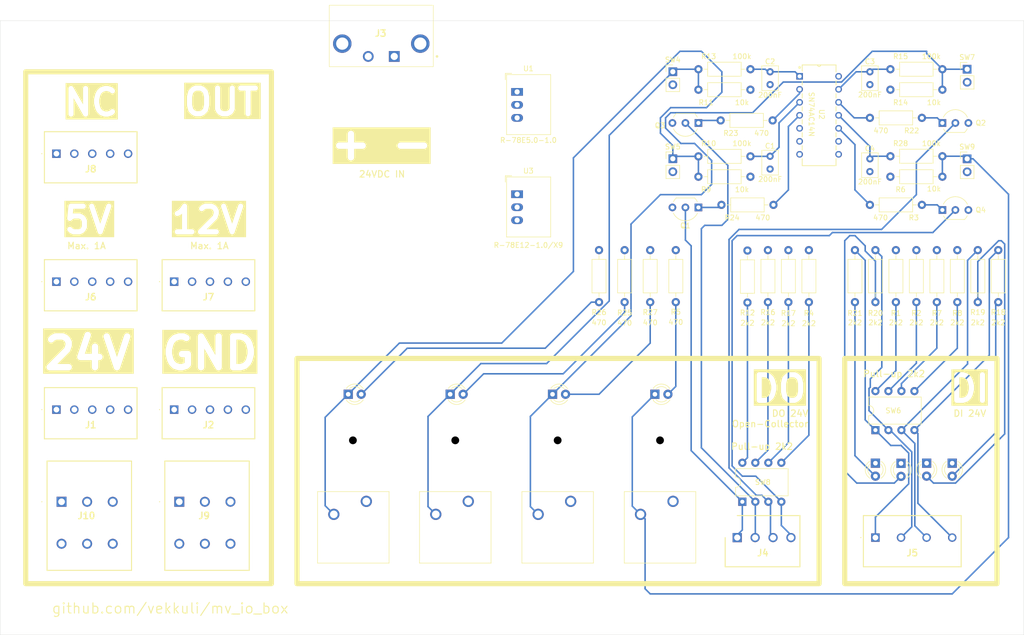
<source format=kicad_pcb>
(kicad_pcb (version 20240108) (generator "pcbnew") (generator_version "8.0")
  (layers (0 "F.Cu" signal) (1 "In1.Cu" signal) (2 "In2.Cu" signal) (31 "B.Cu" signal) (34 "B.Paste" user) (35 "F.Paste" user) (36 "B.SilkS" user "B.Silkscreen") (37 "F.SilkS" user "F.Silkscreen") (38 "B.Mask" user) (39 "F.Mask" user) (44 "Edge.Cuts" user))
  (net 0 "")
  (net 1 "GND")
  (net 2 "/OUT_1_SW")
  (net 3 "/OUT_2_SW")
  (net 4 "/OUT_3_SW")
  (net 5 "Net-(D1-A)")
  (net 6 "Net-(D2-A)")
  (net 7 "Net-(D3-A)")
  (net 8 "Net-(D4-A)")
  (net 9 "+24V")
  (net 10 "+5V")
  (net 11 "+12V")
  (net 12 "/OUT_1_5V")
  (net 13 "/OUT_3_5V")
  (net 14 "/OUT_2_5V")
  (net 15 "Net-(R1-Pad1)")
  (net 16 "Net-(R2-Pad1)")
  (net 17 "Net-(R7-Pad1)")
  (net 18 "Net-(R8-Pad1)")
  (net 19 "/OUT_2_24V")
  (net 20 "/OUT_3_24V")
  (net 21 "/OUT_1_24V")
  (net 27 "Net-(J5-Pin_3)")
  (net 28 "Net-(J5-Pin_4)")
  (net 29 "Net-(J5-Pin_2)")
  (net 30 "Net-(J5-Pin_1)")
  (net 31 "Net-(Q1-B)")
  (net 32 "Net-(Q2-B)")
  (net 33 "Net-(Q3-B)")
  (net 34 "Net-(D5-K)")
  (net 35 "Net-(D5-A)")
  (net 36 "Net-(D6-K)")
  (net 37 "Net-(D6-A)")
  (net 38 "Net-(D7-A)")
  (net 39 "Net-(D7-K)")
  (net 40 "/OUT_4_SW")
  (net 41 "Net-(D8-K)")
  (net 42 "Net-(D8-A)")
  (net 43 "/OUT_4_24V")
  (net 44 "Net-(Q4-B)")
  (net 45 "/OUT_4_5V")
  (net 46 "Net-(R4-Pad2)")
  (net 47 "Net-(R12-Pad2)")
  (net 48 "Net-(R16-Pad2)")
  (net 49 "Net-(R17-Pad2)")
  (footprint "Project Footprints:Panel Cutout Hole D6.35mm" (layer "F.Cu") (at 133.92 107)
    (property "Reference" "H3" (hide yes))
    (property "Value" "Toggle Cutout" (hide yes))
  )
  (footprint "Project Footprints:Phoenix Contact SPTA 1 5-3,5 - PCB terminal block" (layer "F.Cu") (at 59 101)
    (property "Reference" "J2")
    (property "Value" "GND" (hide yes))
  )
  (footprint "Project Footprints:SN74AC14N" (layer "F.Cu") (at 188.81 51.12)
    (property "Reference" "U2")
    (property "Value" "SN74AC14N")
  )
  (footprint "MountingHole:MountingHole_3.2mm_M3" (layer "F.Cu") (at 30 30)
    (property "Reference" "H7" (hide yes))
    (property "Value" "MountingHoleM3" (hide yes))
  )
  (footprint "Resistor_THT:R_Axial_DIN0207_L6.3mm_D2.5mm_P10.16mm_Horizontal" (layer "F.Cu") (at 192 69.84 -90)
    (property "Reference" "R21")
    (property "Value" "2k2")
  )
  (footprint "Resistor_THT:R_Axial_DIN0207_L6.3mm_D2.5mm_P10.16mm_Horizontal" (layer "F.Cu") (at 179 69.84 -90)
    (property "Reference" "R17")
    (property "Value" "2k2")
  )
  (footprint "Button_Switch_Keyboard:SW_Cherry_MX_1.00u_PCB" (layer "F.Cu") (at 96.54 118.92)
    (property "Reference" "SW1")
    (property "Value" "SW_Push")
  )
  (footprint "Package_TO_SOT_THT:TO-92_Inline_Wide" (layer "F.Cu") (at 161.42 61.5 180)
    (property "Reference" "Q1")
    (property "Value" "2N3904")
  )
  (footprint "Package_TO_SOT_THT:TO-92_Inline_Wide" (layer "F.Cu") (at 209.08 62)
    (property "Reference" "Q4")
    (property "Value" "2N3904")
  )
  (footprint "Resistor_THT:R_Axial_DIN0207_L6.3mm_D2.5mm_P10.16mm_Horizontal" (layer "F.Cu") (at 198.92 38.5)
    (property "Reference" "R14")
    (property "Value" "10k")
  )
  (footprint "Resistor_THT:R_Axial_DIN0207_L6.3mm_D2.5mm_P10.16mm_Horizontal" (layer "F.Cu") (at 157 80 90)
    (property "Reference" "R5")
    (property "Value" "470")
  )
  (footprint "Project Footprints:Phoenix Contact LPTA 2,5 3-5,0 - PCB terminal block" (layer "F.Cu") (at 60 119)
    (property "Reference" "J9")
    (property "Value" "GND" (hide yes))
  )
  (footprint "Connector_PinHeader_2.54mm:PinHeader_1x02_P2.54mm_Vertical" (layer "F.Cu") (at 156.42 34.99)
    (property "Reference" "SW4")
    (property "Value" "SW_SPDT")
  )
  (footprint "Resistor_THT:R_Axial_DIN0207_L6.3mm_D2.5mm_P10.16mm_Horizontal" (layer "F.Cu") (at 194.92 61)
    (property "Reference" "R3")
    (property "Value" "470")
  )
  (footprint "MountingHole:MountingHole_3.2mm_M3" (layer "F.Cu") (at 30 140)
    (property "Reference" "H6" (hide yes))
    (property "Value" "MountingHoleM3" (hide yes))
  )
  (footprint "Resistor_THT:R_Axial_DIN0207_L6.3mm_D2.5mm_P10.16mm_Horizontal" (layer "F.Cu") (at 204 80 90)
    (property "Reference" "R2")
    (property "Value" "2k2")
  )
  (footprint "Resistor_THT:R_Axial_DIN0207_L6.3mm_D2.5mm_P10.16mm_Horizontal" (layer "F.Cu") (at 142 80 90)
    (property "Reference" "R26")
    (property "Value" "470")
  )
  (footprint "Capacitor_THT:C_Rect_L4.6mm_W3.0mm_P2.50mm_MKS02_FKP02" (layer "F.Cu") (at 175.42 51.5 -90)
    (property "Reference" "C1")
    (property "Value" "200nF")
  )
  (footprint "Resistor_THT:R_Axial_DIN0207_L6.3mm_D2.5mm_P10.16mm_Horizontal" (layer "F.Cu") (at 208 80 90)
    (property "Reference" "R7")
    (property "Value" "2k2")
  )
  (footprint "Connector_PinHeader_2.54mm:PinHeader_1x02_P2.54mm_Vertical" (layer "F.Cu") (at 213.92 52)
    (property "Reference" "SW9")
    (property "Value" "SW_SPDT")
  )
  (footprint "Capacitor_THT:C_Rect_L4.6mm_W3.0mm_P2.50mm_MKS02_FKP02" (layer "F.Cu") (at 194.92 52 -90)
    (property "Reference" "C4")
    (property "Value" "200nF")
  )
  (footprint "LED_THT:LED_D3.0mm" (layer "F.Cu") (at 112.92 98)
    (property "Reference" "D5")
    (property "Value" "LED")
  )
  (footprint "Resistor_THT:R_Axial_DIN0207_L6.3mm_D2.5mm_P10.16mm_Horizontal" (layer "F.Cu") (at 176.08 61 180)
    (property "Reference" "R24")
    (property "Value" "470")
  )
  (footprint "Package_DIP:DIP-8_W7.62mm" (layer "F.Cu") (at 170 119 90)
    (property "Reference" "SW8")
    (property "Value" "SW_DIP_x04")
  )
  (footprint "Converter_DCDC:Converter_DCDC_RECOM_R-78E-0.5_THT" (layer "F.Cu") (at 126 58.92 -90)
    (property "Reference" "U3")
    (property "Value" "R-78E12-1.0/X9")
  )
  (footprint "Project Footprints:Phoenix Contact SPTA 1 5-3,5 - PCB terminal block" (layer "F.Cu") (at 36 51)
    (property "Reference" "J8")
    (property "Value" "NC" (hide yes))
  )
  (footprint "Resistor_THT:R_Axial_DIN0207_L6.3mm_D2.5mm_P10.16mm_Horizontal" (layer "F.Cu") (at 171.58 55.5 180)
    (property "Reference" "R9")
    (property "Value" "10k")
  )
  (footprint "LED_THT:LED_D3.0mm" (layer "F.Cu") (at 152.92 98)
    (property "Reference" "D8")
    (property "Value" "LED")
  )
  (footprint "Connector_PinHeader_2.54mm:PinHeader_1x02_P2.54mm_Vertical" (layer "F.Cu") (at 156.42 51.985)
    (property "Reference" "SW5")
    (property "Value" "SW_SPDT")
  )
  (footprint "Resistor_THT:R_Axial_DIN0207_L6.3mm_D2.5mm_P10.16mm_Horizontal" (layer "F.Cu") (at 209.08 34.5 180)
    (property "Reference" "R15")
    (property "Value" "100k")
  )
  (footprint "LED_THT:LED_D3.0mm" (layer "F.Cu") (at 206 111.46 -90)
    (property "Reference" "D2" (hide yes))
    (property "Value" "LED" (hide yes))
  )
  (footprint "Project Footprints:Panel Cutout Hole D6.35mm" (layer "F.Cu") (at 113.92 107)
    (property "Reference" "H2" (hide yes))
    (property "Value" "Toggle Cutout" (hide yes))
  )
  (footprint "LED_THT:LED_D3.0mm" (layer "F.Cu") (at 211 111.46 -90)
    (property "Reference" "D1" (hide yes))
    (property "Value" "LED" (hide yes))
  )
  (footprint "Resistor_THT:R_Axial_DIN0207_L6.3mm_D2.5mm_P10.16mm_Horizontal" (layer "F.Cu") (at 175.92 44.5 180)
    (property "Reference" "R23")
    (property "Value" "470")
  )
  (footprint "Resistor_THT:R_Axial_DIN0207_L6.3mm_D2.5mm_P10.16mm_Horizontal" (layer "F.Cu") (at 196 69.84 -90)
    (property "Reference" "R20")
    (property "Value" "2k2")
  )
  (footprint "Resistor_THT:R_Axial_DIN0207_L6.3mm_D2.5mm_P10.16mm_Horizontal" (layer "F.Cu") (at 161.42 51.525)
    (property "Reference" "R10")
    (property "Value" "100k")
  )
  (footprint "MountingHole:MountingHole_3.2mm_M3" (layer "F.Cu") (at 220 140)
    (property "Reference" "H5" (hide yes))
    (property "Value" "MountingHoleM3" (hide yes))
  )
  (footprint "Resistor_THT:R_Axial_DIN0207_L6.3mm_D2.5mm_P10.16mm_Horizontal" (layer "F.Cu") (at 209.08 51.5 180)
    (property "Reference" "R28")
    (property "Value" "100k")
  )
  (footprint "Resistor_THT:R_Axial_DIN0207_L6.3mm_D2.5mm_P10.16mm_Horizontal" (layer "F.Cu") (at 183 69.84 -90)
    (property "Reference" "R4")
    (property "Value" "2k2")
  )
  (footprint "Capacitor_THT:C_Rect_L4.6mm_W3.0mm_P2.50mm_MKS02_FKP02" (layer "F.Cu") (at 175.42 35 -90)
    (property "Reference" "C2")
    (property "Value" "200nF")
  )
  (footprint "Converter_DCDC:Converter_DCDC_RECOM_R-78E-0.5_THT" (layer "F.Cu") (at 126 38.92 -90)
    (property "Reference" "U1")
    (property "Value" "R-78E5.0-1.0")
  )
  (footprint "Package_TO_SOT_THT:TO-92_Inline_Wide" (layer "F.Cu") (at 161.42 45 180)
    (property "Reference" "Q3")
    (property "Value" "2N3904")
  )
  (footprint "Project Footprints:Phoenix Contact SPTA 1 4-5,0 - PCB terminal block" (layer "F.Cu") (at 196 126)
    (property "Reference" "J5")
    (property "Value" "Digital Input" (hide yes))
  )
  (footprint "Resistor_THT:R_Axial_DIN0207_L6.3mm_D2.5mm_P10.16mm_Horizontal" (layer "F.Cu") (at 171.58 38.5 180)
    (property "Reference" "R11")
    (property "Value" "10k")
  )
  (footprint "Resistor_THT:R_Axial_DIN0207_L6.3mm_D2.5mm_P10.16mm_Horizontal" (layer "F.Cu") (at 200 80 90)
    (property "Reference" "R1")
    (property "Value" "2k2")
  )
  (footprint "MountingHole:MountingHole_3.2mm_M3" (layer "F.Cu") (at 120 82)
    (property "Reference" "H11" (hide yes))
    (property "Value" "MountingHoleM3")
  )
  (footprint "LED_THT:LED_D3.0mm" (layer "F.Cu") (at 132.92 98)
    (property "Reference" "D7")
    (property "Value" "LED")
  )
  (footprint "Project Footprints:Panel Cutout Hole D6.35mm" (layer "F.Cu") (at 153.92 107)
    (property "Reference" "H8" (hide yes))
    (property "Value" "Toggle Cutout" (hide yes))
  )
  (footprint "Resistor_THT:R_Axial_DIN0207_L6.3mm_D2.5mm_P10.16mm_Horizontal" (layer "F.Cu") (at 198.92 55.5)
    (property "Reference" "R6")
    (property "Value" "10k")
  )
  (footprint "Resistor_THT:R_Axial_DIN0207_L6.3mm_D2.5mm_P10.16mm_Horizontal" (layer "F.Cu") (at 212 80 90)
    (property "Reference" "R8")
    (property "Value" "2k2")
  )
  (footprint "Resistor_THT:R_Axial_DIN0207_L6.3mm_D2.5mm_P10.16mm_Horizontal" (layer "F.Cu") (at 194.92 44)
    (property "Reference" "R22")
    (property "Value" "470")
  )
  (footprint "Project Footprints:Panel Cutout Hole D6.35mm" (layer "F.Cu") (at 93.92 107)
    (property "Reference" "H1" (hide yes))
    (property "Value" "Toggle Cutout" (hide yes))
  )
  (footprint "Connector_PinHeader_2.54mm:PinHeader_1x02_P2.54mm_Vertical" (layer "F.Cu") (at 213.92 34.5)
    (property "Reference" "SW7")
    (property "Value" "SW_SPDT")
  )
  (footprint "Package_DIP:DIP-8_W7.62mm" (layer "F.Cu") (at 196 105 90)
    (property "Reference" "SW6")
    (property "Value" "SW_DIP_x04" (hide yes))
  )
  (footprint "LED_THT:LED_D3.0mm" (layer "F.Cu") (at 93 98)
    (property "Reference" "D6")
    (property "Value" "LED")
  )
  (footprint "Resistor_THT:R_Axial_DIN0207_L6.3mm_D2.5mm_P10.16mm_Horizontal" (layer "F.Cu") (at 161.42 34.5)
    (property "Reference" "R13")
    (property "Value" "100k")
  )
  (footprint "Project Footprints:Phoenix Contact SPTA 1 5-3,5 - PCB terminal block" (layer "F.Cu") (at 59 76)
    (property "Reference" "J7")
    (property "Value" "12V" (hide yes))
  )
  (footprint "Resistor_THT:R_Axial_DIN0207_L6.3mm_D2.5mm_P10.16mm_Horizontal" (layer "F.Cu") (at 171 69.92 -90)
    (property "Reference" "R12")
    (property "Value" "2k2")
  )
  (footprint "Package_TO_SOT_THT:TO-92_Inline_Wide" (layer "F.Cu") (at 209.08 45)
    (property "Reference" "Q2")
    (property "Value" "2N3904")
  )
  (footprint "Project Footprints:Phoenix Contact SPTA 1 4-3,5 - PCB terminal block" (layer "F.Cu") (at 169 126)
    (property "Reference" "J4")
    (property "Value" "Output" (hide yes))
  )
  (footprint "Resistor_THT:R_Axial_DIN0207_L6.3mm_D2.5mm_P10.16mm_Horizontal" (layer "F.Cu") (at 220 69.84 -90)
    (property "Reference" "R18")
    (property "Value" "2k2")
  )
  (footprint "Project Footprints:Phoenix Contact SPTA 1 5-3,5 - PCB terminal block" (layer "F.Cu") (at 36 101)
    (property "Reference" "J1")
    (property "Value" "24V" (hide yes))
  )
  (footprint "Resistor_THT:R_Axial_DIN0207_L6.3mm_D2.5mm_P10.16mm_Horizontal" (layer "F.Cu") (at 175 69.84 -90)
    (property "Reference" "R16")
    (property "Value" "2k2")
  )
  (footprint "Resistor_THT:R_Axial_DIN0207_L6.3mm_D2.5mm_P10.16mm_Horizontal" (layer "F.Cu") (at 147 80 90)
    (property "Reference" "R25")
    (property "Value" "470")
  )
  (footprint "Project Footprints:Phoenix Contact MSTB 2,5 2-GF-5,08 - PCB header" (layer "F.Cu") (at 102 32 180)
    (property "Reference" "J3")
    (property "Value" "Conn_01x02" (hide yes))
  )
  (footprint "LED_THT:LED_D3.0mm" (layer "F.Cu") (at 196 111.46 -90)
    (property "Reference" "D4" (hide yes))
    (property "Value" "LED" (hide yes))
  )
  (footprint "Capacitor_THT:C_Rect_L4.6mm_W3.0mm_P2.50mm_MKS02_FKP02" (layer "F.Cu") (at 194.92 35 -90)
    (property "Reference" "C3")
    (property "Value" "200nF")
  )
  (footprint "Button_Switch_Keyboard:SW_Cherry_MX_1.00u_PCB" (layer "F.Cu") (at 156.46 118.92)
    (property "Reference" "SW10")
    (property "Value" "SW_Push")
  )
  (footprint "Button_Switch_Keyboard:SW_Cherry_MX_1.00u_PCB" (layer "F.Cu") (at 116.46 118.92)
    (property "Reference" "SW2")
    (property "Value" "SW_Push")
  )
  (footprint "Project Footprints:Phoenix Contact LPTA 2,5 3-5,0 - PCB terminal block" (layer "F.Cu") (at 37 119)
    (property "Reference" "J10")
    (property "Value" "24V" (hide yes))
  )
  (footprint "LED_THT:LED_D3.0mm" (layer "F.Cu") (at 201 111.5 -90)
    (property "Reference" "D3" (hide yes))
    (property "Value" "LED" (hide yes))
  )
  (footprint "Resistor_THT:R_Axial_DIN0207_L6.3mm_D2.5mm_P10.16mm_Horizontal" (layer "F.Cu") (at 152 80 90)
    (property "Reference" "R27")
    (property "Value" "470")
  )
  (footprint "Project Footprints:Phoenix Contact SPTA 1 5-3,5 - PCB terminal block" (layer "F.Cu") (at 36 76)
    (property "Reference" "J6")
    (property "Value" "5V" (hide yes))
  )
  (footprint "Resistor_THT:R_Axial_DIN0207_L6.3mm_D2.5mm_P10.16mm_Horizontal" (layer "F.Cu") (at 216 69.84 -90)
    (property "Reference" "R19")
    (property "Value" "2k2")
  )
  (footprint "Button_Switch_Keyboard:SW_Cherry_MX_1.00u_PCB" (layer "F.Cu") (at 136.46 118.92)
    (property "Reference" "SW3")
    (property "Value" "SW_Push")
  )
  (footprint "MountingHole:MountingHole_3.2mm_M3" (layer "F.Cu") (at 220 30)
    (property "Reference" "H4" (hide yes))
    (property "Value" "MountingHoleM3" (hide yes))
  )
  (gr_rect (start 83 91) (end 185 135) (stroke (width 1)) (fill none) (layer "F.SilkS"))
  (gr_rect (start 30 35) (end 78 135) (stroke (width 1)) (fill none) (layer "F.SilkS"))
  (gr_rect (start 190 91) (end 219.75 135) (stroke (width 1)) (fill none) (layer "F.SilkS"))
  (gr_rect (start 25 25) (end 225 145) (stroke (width 0.05)) (fill none) (layer "Edge.Cuts"))
  (gr_text "DI 24V" (at 217.75 101 0) (layer "F.SilkS") (effects (font (size 1.27 1.27) (thickness 0.2)) (justify right top)))
  (gr_text "Max. 1A" (at 62 69 0) (layer "F.SilkS") (effects (font (size 1.27 1.27) (thickness 0.2)) (justify left)))
  (gr_text "DI" (at 218.75 94 0) (layer "F.SilkS" knockout) (effects (font (size 5 5) (thickness 1) (bold yes)) (justify right top)))
  (gr_text "24VDC IN" (at 95 55 0) (layer "F.SilkS") (effects (font (size 1.27 1.27) (thickness 0.2)) (justify left)))
  (gr_text "Pull-up 2k2" (at 205.8 94 0) (layer "F.SilkS") (effects (font (size 1.27 1.27) (thickness 0.2)) (justify right)))
  (gr_text "GND" (at 56 90 0) (layer "F.SilkS" knockout) (effects (font (size 6 6) (thickness 1.25) (bold yes)) (justify left)))
  (gr_text "github.com/vekkuli/mv_io_box" (at 35 141 0) (layer "F.SilkS") (effects (font (size 2 2) (thickness 0.2)) (justify left bottom)))
  (gr_text "Pull-up 2k2" (at 180 108.2 0) (layer "F.SilkS") (effects (font (size 1.27 1.27) (thickness 0.2)) (justify right)))
  (gr_text "5V" (at 37 64 0) (layer "F.SilkS" knockout) (effects (font (size 5 5) (thickness 1) (bold yes)) (justify left)))
  (gr_text "12V" (at 58 64 0) (layer "F.SilkS" knockout) (effects (font (size 5 5) (thickness 1) (bold yes)) (justify left)))
  (gr_text "DO" (at 183 94 0) (layer "F.SilkS" knockout) (effects (font (size 5 5) (thickness 1) (bold yes)) (justify right top)))
  (gr_text "+ -" (at 89 49 0) (layer "F.SilkS" knockout) (effects (font (size 6 6) (thickness 1.25) (bold yes)) (justify left)))
  (gr_text "24V" (at 33 90 0) (layer "F.SilkS" knockout) (effects (font (size 6 6) (thickness 1.25) (bold yes)) (justify left)))
  (gr_text "Max. 1A" (at 38 69 0) (layer "F.SilkS") (effects (font (size 1.27 1.27) (thickness 0.2)) (justify left)))
  (gr_text "NC" (at 37 41 0) (layer "F.SilkS" knockout) (effects (font (size 5 5) (thickness 1) (bold yes)) (justify left)))
  (gr_text "OUT" (at 76 38 0) (layer "F.SilkS" knockout) (effects (font (size 5 5) (thickness 1) (bold yes)) (justify right top)))
  (gr_text "DO 24V\nOpen-Collector" (at 183 101 0) (layer "F.SilkS") (effects (font (size 1.27 1.27) (thickness 0.2)) (justify right top)))
  (segment (start 175.42 51.5) (end 177.17 49.75) (width 0.3) (layer "B.Cu") (net 2))
  (segment (start 177.17 49.75) (end 177.17 44.98) (width 0.3) (layer "B.Cu") (net 2))
  (segment (start 177.17 44.98) (end 181.19 40.96) (width 0.3) (layer "B.Cu") (net 2))
  (segment (start 171.58 51.525) (end 175.395 51.525) (width 0.3) (layer "B.Cu") (net 2))
  (segment (start 175.395 51.525) (end 175.42 51.5) (width 0.3) (layer "B.Cu") (net 2))
  (segment (start 180.31 35) (end 181.19 35.88) (width 0.3) (layer "B.Cu") (net 3))
  (segment (start 174.5 34.5) (end 171.58 34.5) (width 0.3) (layer "B.Cu") (net 3))
  (segment (start 175 35) (end 174.5 34.5) (width 0.3) (layer "B.Cu") (net 3))
  (segment (start 175.42 35) (end 180.31 35) (width 0.3) (layer "B.Cu") (net 3))
  (segment (start 175.42 35) (end 175 35) (width 0.3) (layer "B.Cu") (net 3))
  (segment (start 195.5 34.5) (end 198.92 34.5) (width 0.3) (layer "B.Cu") (net 4))
  (segment (start 194.92 35) (end 195 35) (width 0.3) (layer "B.Cu") (net 4))
  (segment (start 195 35) (end 195.5 34.5) (width 0.3) (layer "B.Cu") (net 4))
  (segment (start 192.23 35) (end 188.81 38.42) (width 0.3) (layer "B.Cu") (net 4))
  (segment (start 194.92 35) (end 192.23 35) (width 0.3) (layer "B.Cu") (net 4))
  (segment (start 219.5 105.5) (end 219.5 80.5) (width 0.3) (layer "B.Cu") (net 5))
  (segment (start 219.5 80.5) (end 220 80) (width 0.3) (layer "B.Cu") (net 5))
  (segment (start 211 114) (end 219.5 105.5) (width 0.3) (layer "B.Cu") (net 5))
  (segment (start 220.072233 68) (end 220.59 68) (width 0.3) (layer "B.Cu") (net 6))
  (segment (start 216 72.072233) (end 220.072233 68) (width 0.3) (layer "B.Cu") (net 6))
  (segment (start 211.65 115.35) (end 207.35 115.35) (width 0.3) (layer "B.Cu") (net 6))
  (segment (start 221.25 68.66) (end 221.25 105.75) (width 0.3) (layer "B.Cu") (net 6))
  (segment (start 221.25 105.75) (end 211.65 115.35) (width 0.3) (layer "B.Cu") (net 6))
  (segment (start 216 80) (end 216 72.072233) (width 0.3) (layer "B.Cu") (net 6))
  (segment (start 207.35 115.35) (end 206 114) (width 0.3) (layer "B.Cu") (net 6))
  (segment (start 220.59 68) (end 221.25 68.66) (width 0.3) (layer "B.Cu") (net 6))
  (segment (start 194 69) (end 192 67) (width 0.3) (layer "B.Cu") (net 7))
  (segment (start 199.69 115.35) (end 201 114.04) (width 0.3) (layer "B.Cu") (net 7))
  (segment (start 196 80) (end 196 72) (width 0.3) (layer "B.Cu") (net 7))
  (segment (start 192 67) (end 191 67) (width 0.3) (layer "B.Cu") (net 7))
  (segment (start 196 72) (end 194 70) (width 0.3) (layer "B.Cu") (net 7))
  (segment (start 192.35 115.35) (end 199.69 115.35) (width 0.3) (layer "B.Cu") (net 7))
  (segment (start 194 70) (end 194 69) (width 0.3) (layer "B.Cu") (net 7))
  (segment (start 190 113) (end 192.35 115.35) (width 0.3) (layer "B.Cu") (net 7))
  (segment (start 190 68) (end 190 113) (width 0.3) (layer "B.Cu") (net 7))
  (segment (start 191 67) (end 190 68) (width 0.3) (layer "B.Cu") (net 7))
  (segment (start 192 80) (end 192 110) (width 0.3) (layer "B.Cu") (net 8))
  (segment (start 192 110) (end 196 114) (width 0.3) (layer "B.Cu") (net 8))
  (segment (start 179 58.08) (end 179 45.69) (width 0.3) (layer "B.Cu") (net 12))
  (segment (start 176.08 61) (end 179 58.08) (width 0.3) (layer "B.Cu") (net 12))
  (segment (start 179 45.69) (end 181.19 43.5) (width 0.3) (layer "B.Cu") (net 12))
  (segment (start 191.85 44) (end 188.81 40.96) (width 0.3) (layer "B.Cu") (net 13))
  (segment (start 194.92 44) (end 191.85 44) (width 0.3) (layer "B.Cu") (net 13))
  (segment (start 175.92 44.5) (end 181.19 39.23) (width 0.3) (layer "B.Cu") (net 14))
  (segment (start 181.19 39.23) (end 181.19 38.42) (width 0.3) (layer "B.Cu") (net 14))
  (segment (start 200 80) (end 200 93.38) (width 0.3) (layer "B.Cu") (net 15))
  (segment (start 200 93.38) (end 196 97.38) (width 0.3) (layer "B.Cu") (net 15))
  (segment (start 204 80) (end 204 91.92) (width 0.3) (layer "B.Cu") (net 16))
  (segment (start 204 91.92) (end 198.54 97.38) (width 0.3) (layer "B.Cu") (net 16))
  (segment (start 208 89) (end 201.08 95.92) (width 0.3) (layer "B.Cu") (net 17))
  (segment (start 201.08 95.92) (end 201.08 97.38) (width 0.3) (layer "B.Cu") (net 17))
  (segment (start 208 80) (end 208 89) (width 0.3) (layer "B.Cu") (net 17))
  (segment (start 212 89) (end 203.62 97.38) (width 0.3) (layer "B.Cu") (net 18))
  (segment (start 212 80) (end 212 89) (width 0.3) (layer "B.Cu") (net 18))
  (segment (start 172.5 125.5) (end 172.54 125.46) (width 0.3) (layer "B.Cu") (net 19))
  (segment (start 172.54 125.46) (end 172.54 119) (width 0.3) (layer "B.Cu") (net 19))
  (segment (start 166 65) (end 162.652233 65) (width 0.3) (layer "B.Cu") (net 19))
  (segment (start 162.652233 65) (end 162 65.652233) (width 0.3) (layer "B.Cu") (net 19))
  (segment (start 162 108.46) (end 172.54 119) (width 0.3) (layer "B.Cu") (net 19))
  (segment (start 172.5 126) (end 172.5 125.5) (width 0.3) (layer "B.Cu") (net 19))
  (segment (start 167.17 63.83) (end 166 65) (width 0.3) (layer "B.Cu") (net 19))
  (segment (start 162 65.652233) (end 162 108.46) (width 0.3) (layer "B.Cu") (net 19))
  (segment (start 158.88 45) (end 167.17 53.29) (width 0.3) (layer "B.Cu") (net 19))
  (segment (start 167.17 53.29) (end 167.17 63.83) (width 0.3) (layer "B.Cu") (net 19))
  (segment (start 175.5 119.42) (end 175.08 119) (width 0.3) (layer "B.Cu") (net 20))
  (segment (start 169.351472 65.8) (end 167.4 67.751472) (width 0.3) (layer "B.Cu") (net 20))
  (segment (start 173.83 117.75) (end 175.08 119) (width 0.3) (layer "B.Cu") (net 20))
  (segment (start 175.5 125.5) (end 175.5 119.42) (width 0.3) (layer "B.Cu") (net 20))
  (segment (start 197.2 65.8) (end 169.351472 65.8) (width 0.3) (layer "B.Cu") (net 20))
  (segment (start 204 52.62) (end 204 59) (width 0.3) (layer "B.Cu") (net 20))
  (segment (start 167.4 67.751472) (end 167.4 112.4) (width 0.3) (layer "B.Cu") (net 20))
  (segment (start 211.62 45) (end 204 52.62) (width 0.3) (layer "B.Cu") (net 20))
  (segment (start 172.75 117.75) (end 173.83 117.75) (width 0.3) (layer "B.Cu") (net 20))
  (segment (start 204 59) (end 197.2 65.8) (width 0.3) (layer "B.Cu") (net 20))
  (segment (start 176 126) (end 175.5 125.5) (width 0.3) (layer "B.Cu") (net 20))
  (segment (start 167.4 112.4) (end 172.75 117.75) (width 0.3) (layer "B.Cu") (net 20))
  (segment (start 169 125.5) (end 170 124.5) (width 0.3) (layer "B.Cu") (net 21))
  (segment (start 160 109) (end 170 119) (width 0.3) (layer "B.Cu") (net 21))
  (segment (start 169 126) (end 169 125.5) (width 0.3) (layer "B.Cu") (net 21))
  (segment (start 170 124.5) (end 170 119) (width 0.3) (layer "B.Cu") (net 21))
  (segment (start 160 69) (end 160 109) (width 0.3) (layer "B.Cu") (net 21))
  (segment (start 158.88 61.5) (end 158.88 67.88) (width 0.3) (layer "B.Cu") (net 21))
  (segment (start 158.88 67.88) (end 160 69) (width 0.3) (layer "B.Cu") (net 21))
  (segment (start 206 126) (end 203.7 123.7) (width 0.3) (layer "B.Cu") (net 27))
  (segment (start 214 71.84) (end 214 92.08) (width 0.3) (layer "B.Cu") (net 27))
  (segment (start 203.7 107.62) (end 201.08 105) (width 0.3) (layer "B.Cu") (net 27))
  (segment (start 203.7 123.7) (end 203.7 107.62) (width 0.3) (layer "B.Cu") (net 27))
  (segment (start 216 69.84) (end 214 71.84) (width 0.3) (layer "B.Cu") (net 27))
  (segment (start 214 92.08) (end 201.08 105) (width 0.3) (layer "B.Cu") (net 27))
  (segment (start 211 126) (end 204.3 119.3) (width 0.3) (layer "B.Cu") (net 28))
  (segment (start 220 69.84) (end 218.25 71.59) (width 0.3) (layer "B.Cu") (net 28))
  (segment (start 204.3 105.68) (end 203.62 105) (width 0.3) (layer "B.Cu") (net 28))
  (segment (start 204.3 119.3) (end 204.3 105.68) (width 0.3) (layer "B.Cu") (net 28))
  (segment (start 218.25 90.37) (end 203.62 105) (width 0.3) (layer "B.Cu") (net 28))
  (segment (start 218.25 71.59) (end 218.25 90.37) (width 0.3) (layer "B.Cu") (net 28))
  (segment (start 194.75 101.21) (end 198.54 105) (width 0.3) (layer "B.Cu") (net 29))
  (segment (start 195 96.612233) (end 194.75 96.862233) (width 0.3) (layer "B.Cu") (net 29))
  (segment (start 197.25 92.75) (end 195 95) (width 0.3) (layer "B.Cu") (net 29))
  (segment (start 197.25 71.09) (end 197.25 92.75) (width 0.3) (layer "B.Cu") (net 29))
  (segment (start 196 69.84) (end 197.25 71.09) (width 0.3) (layer "B.Cu") (net 29))
  (segment (start 203.1 123.9) (end 203.1 109.251472) (width 0.3) (layer "B.Cu") (net 29))
  (segment (start 195 95) (end 195 96.612233) (width 0.3) (layer "B.Cu") (net 29))
  (segment (start 198.848528 105) (end 198.54 105) (width 0.3) (layer "B.Cu") (net 29))
  (segment (start 203.1 109.251472) (end 198.848528 105) (width 0.3) (layer "B.Cu") (net 29))
  (segment (start 201 126) (end 203.1 123.9) (width 0.3) (layer "B.Cu") (net 29))
  (segment (start 194.75 96.862233) (end 194.75 101.21) (width 0.3) (layer "B.Cu") (net 29))
  (segment (start 192 69.84) (end 194 71.84) (width 0.3) (layer "B.Cu") (net 30))
  (segment (start 199 108) (end 196 105) (width 0.3) (layer "B.Cu") (net 30))
  (segment (start 202.5 109.5) (end 201 108) (width 0.3) (layer "B.Cu") (net 30))
  (segment (start 196 126) (end 196 122) (width 0.3) (layer "B.Cu") (net 30))
  (segment (start 196 122) (end 202.5 115.5) (width 0.3) (layer "B.Cu") (net 30))
  (segment (start 194 71.84) (end 194 103) (width 0.3) (layer "B.Cu") (net 30))
  (segment (start 202.5 115.5) (end 202.5 109.5) (width 0.3) (layer "B.Cu") (net 30))
  (segment (start 201 108) (end 199 108) (width 0.3) (layer "B.Cu") (net 30))
  (segment (start 194 103) (end 196 105) (width 0.3) (layer "B.Cu") (net 30))
  (segment (start 161.42 61.5) (end 165.42 61.5) (width 0.3) (layer "B.Cu") (net 31))
  (segment (start 165.42 61.5) (end 165.92 61) (width 0.3) (layer "B.Cu") (net 31))
  (segment (start 205.08 44) (end 208.08 44) (width 0.3) (layer "B.Cu") (net 32))
  (segment (start 208.08 44) (end 209.08 45) (width 0.3) (layer "B.Cu") (net 32))
  (segment (start 165.76 44.5) (end 161.92 44.5) (width 0.3) (layer "B.Cu") (net 33))
  (segment (start 161.92 44.5) (end 161.42 45) (width 0.3) (layer "B.Cu") (net 33))
  (segment (start 156.91 34.5) (end 156.42 34.99) (width 0.3) (layer "B.Cu") (net 34))
  (segment (start 144 79.767767) (end 131.767767 92) (width 0.3) (layer "B.Cu") (net 34))
  (segment (start 108.595 119.945) (end 108.595 102.325) (width 0.3) (layer "B.Cu") (net 34))
  (segment (start 161.42 34.5) (end 156.91 34.5) (width 0.3) (layer "B.Cu") (net 34))
  (segment (start 156.42 34.99) (end 144 47.41) (width 0.3) (layer "B.Cu") (net 34))
  (segment (start 144 47.41) (end 144 79.767767) (width 0.3) (layer "B.Cu") (net 34))
  (segment (start 110.11 121.46) (end 108.595 119.945) (width 0.3) (layer "B.Cu") (net 34))
  (segment (start 118.92 92) (end 112.92 98) (width 0.3) (layer "B.Cu") (net 34))
  (segment (start 161.42 34.5) (end 161.42 38.5) (width 0.3) (layer "B.Cu") (net 34))
  (segment (start 131.767767 92) (end 118.92 92) (width 0.3) (layer "B.Cu") (net 34))
  (segment (start 108.595 102.325) (end 112.92 98) (width 0.3) (layer "B.Cu") (net 34))
  (segment (start 119.46 94) (end 115.46 98) (width 0.3) (layer "B.Cu") (net 35))
  (segment (start 147 80) (end 147 82) (width 0.3) (layer "B.Cu") (net 35))
  (segment (start 135 94) (end 119.46 94) (width 0.3) (layer "B.Cu") (net 35))
  (segment (start 147 82) (end 135 94) (width 0.3) (layer "B.Cu") (net 35))
  (segment (start 156 42) (end 163 42) (width 0.3) (layer "B.Cu") (net 36))
  (segment (start 161.42 55.5) (end 161.42 51.525) (width 0.3) (layer "B.Cu") (net 36))
  (segment (start 123 88) (end 103 88) (width 0.3) (layer "B.Cu") (net 36))
  (segment (start 163 42) (end 166 39) (width 0.3) (layer "B.Cu") (net 36))
  (segment (start 137 74) (end 123 88) (width 0.3) (layer "B.Cu") (net 36))
  (segment (start 137 51.81) (end 137 74) (width 0.3) (layer "B.Cu") (net 36))
  (segment (start 90.19 121.46) (end 88.5 119.77) (width 0.3) (layer "B.Cu") (net 36))
  (segment (start 166 35) (end 162 31) (width 0.3) (layer "B.Cu") (net 36))
  (segment (start 88.5 119.77) (end 88.5 102.5) (width 0.3) (layer "B.Cu") (net 36))
  (segment (start 154 44) (end 156 42) (width 0.3) (layer "B.Cu") (net 36))
  (segment (start 162 31) (end 157.81 31) (width 0.3) (layer "B.Cu") (net 36))
  (segment (start 156.42 49.42) (end 154 47) (width 0.3) (layer "B.Cu") (net 36))
  (segment (start 157.81 31) (end 137 51.81) (width 0.3) (layer "B.Cu") (net 36))
  (segment (start 156.88 51.525) (end 156.42 51.985) (width 0.3) (layer "B.Cu") (net 36))
  (segment (start 154 47) (end 154 44) (width 0.3) (layer "B.Cu") (net 36))
  (segment (start 166 39) (end 166 35) (width 0.3) (layer "B.Cu") (net 36))
  (segment (start 88.5 102.5) (end 93 98) (width 0.3) (layer "B.Cu") (net 36))
  (segment (start 156.42 51.985) (end 156.42 49.42) (width 0.3) (layer "B.Cu") (net 36))
  (segment (start 103 88) (end 93 98) (width 0.3) (layer "B.Cu") (net 36))
  (segment (start 161.42 51.525) (end 156.88 51.525) (width 0.3) (layer "B.Cu") (net 36))
  (segment (start 131.5 89) (end 104.54 89) (width 0.3) (layer "B.Cu") (net 37))
  (segment (start 142 80) (end 140.5 80) (width 0.3) (layer "B.Cu") (net 37))
  (segment (start 104.54 89) (end 95.54 98) (width 0.3) (layer "B.Cu") (net 37))
  (segment (start 140.5 80) (end 131.5 89) (width 0.3) (layer "B.Cu") (net 37))
  (segment (start 135.46 98) (end 142 98) (width 0.3) (layer "B.Cu") (net 38))
  (segment (start 142 98) (end 152 88) (width 0.3) (layer "B.Cu") (net 38))
  (segment (start 152 88) (end 152 80) (width 0.3) (layer "B.Cu") (net 38))
  (segment (start 160.662767 49) (end 164 52.337233) (width 0.3) (layer "B.Cu") (net 39))
  (segment (start 148.25 82.67) (end 132.92 98) (width 0.3) (layer "B.Cu") (net 39))
  (segment (start 155 46) (end 158 49) (width 0.3) (layer "B.Cu") (net 39))
  (segment (start 154 59) (end 148.25 64.75) (width 0.3) (layer "B.Cu") (net 39))
  (segment (start 189.381472 37) (end 178 37) (width 0.3) (layer "B.Cu") (net 39))
  (segment (start 209.08 34.5) (end 209.08 38.5) (width 0.3) (layer "B.Cu") (net 39))
  (segment (start 128.595 119.945) (end 128.595 102.325) (width 0.3) (layer "B.Cu") (net 39))
  (segment (start 155 44) (end 155 46) (width 0.3) (layer "B.Cu") (net 39))
  (segment (start 158 49) (end 160.662767 49) (width 0.3) (layer "B.Cu") (net 39))
  (segment (start 162 59) (end 154 59) (width 0.3) (layer "B.Cu") (net 39))
  (segment (start 206 31) (end 195.381472 31) (width 0.3) (layer "B.Cu") (net 39))
  (segment (start 130.11 121.46) (end 128.595 119.945) (width 0.3) (layer "B.Cu") (net 39))
  (segment (start 128.595 102.325) (end 132.92 98) (width 0.3) (layer "B.Cu") (net 39))
  (segment (start 172 43) (end 156 43) (width 0.3) (layer "B.Cu") (net 39))
  (segment (start 206 31.42) (end 206 31) (width 0.3) (layer "B.Cu") (net 39))
  (segment (start 195.381472 31) (end 189.381472 37) (width 0.3) (layer "B.Cu") (net 39))
  (segment (start 209.08 34.5) (end 213.92 34.5) (width 0.3) (layer "B.Cu") (net 39))
  (segment (start 148.25 64.75) (end 148.25 82.67) (width 0.3) (layer "B.Cu") (net 39))
  (segment (start 164 57) (end 162 59) (width 0.3) (layer "B.Cu") (net 39))
  (segment (start 164 52.337233) (end 164 57) (width 0.3) (layer "B.Cu") (net 39))
  (segment (start 178 37) (end 172 43) (width 0.3) (layer "B.Cu") (net 39))
  (segment (start 156 43) (end 155 44) (width 0.3) (layer "B.Cu") (net 39))
  (segment (start 209.08 34.5) (end 206 31.42) (width 0.3) (layer "B.Cu") (net 39))
  (segment (start 194.92 52) (end 195 52) (width 0.3) (layer "B.Cu") (net 40))
  (segment (start 195 52) (end 195.5 51.5) (width 0.3) (layer "B.Cu") (net 40))
  (segment (start 195.5 51.5) (end 198.92 51.5) (width 0.3) (layer "B.Cu") (net 40))
  (segment (start 188.81 43.5) (end 194.92 49.61) (width 0.3) (layer "B.Cu") (net 40))
  (segment (start 194.92 49.61) (end 194.92 52) (width 0.3) (layer "B.Cu") (net 40))
  (segment (start 148.5 102.42) (end 152.92 98) (width 0.3) (layer "B.Cu") (net 41))
  (segment (start 222 58.93) (end 222 126) (width 0.3) (layer "B.Cu") (net 41))
  (segment (start 151 136) (end 151 122.35) (width 0.3) (layer "B.Cu") (net 41))
  (segment (start 209.08 51.5) (end 213.42 51.5) (width 0.3) (layer "B.Cu") (net 41))
  (segment (start 215.07 52) (end 222 58.93) (width 0.3) (layer "B.Cu") (net 41))
  (segment (start 222 126) (end 211 137) (width 0.3) (layer "B.Cu") (net 41))
  (segment (start 148.5 119.85) (end 148.5 102.42) (width 0.3) (layer "B.Cu") (net 41))
  (segment (start 213.42 51.5) (end 213.92 52) (width 0.3) (layer "B.Cu") (net 41))
  (segment (start 150.11 121.46) (end 148.5 119.85) (width 0.3) (layer "B.Cu") (net 41))
  (segment (start 151 122.35) (end 150.11 121.46) (width 0.3) (layer "B.Cu") (net 41))
  (segment (start 211 137) (end 152 137) (width 0.3) (layer "B.Cu") (net 41))
  (segment (start 213.92 52) (end 215.07 52) (width 0.3) (layer "B.Cu") (net 41))
  (segment (start 209.08 55.5) (end 209.08 51.5) (width 0.3) (layer "B.Cu") (net 41))
  (segment (start 152 137) (end 151 136) (width 0.3) (layer "B.Cu") (net 41))
  (segment (start 157 96.46) (end 155.46 98) (width 0.3) (layer "B.Cu") (net 42))
  (segment (start 157 80) (end 157 96.46) (width 0.3) (layer "B.Cu") (net 42))
  (segment (start 187.6 66.4) (end 187 67) (width 0.3) (layer "B.Cu") (net 43))
  (segment (start 211.62 62) (end 207.22 66.4) (width 0.3) (layer "B.Cu") (net 43))
  (segment (start 169 67) (end 168 68) (width 0.3) (layer "B.Cu") (net 43))
  (segment (start 179.5 126) (end 179.5 125.5) (width 0.3) (layer "B.Cu") (net 43))
  (segment (start 168 112) (end 170 114) (width 0.3) (layer "B.Cu") (net 43))
  (segment (start 207.22 66.4) (end 187.6 66.4) (width 0.3) (layer "B.Cu") (net 43))
  (segment (start 170 114) (end 172.62 114) (width 0.3) (layer "B.Cu") (net 43))
  (segment (start 177.62 123.62) (end 177.62 119) (width 0.3) (layer "B.Cu") (net 43))
  (segment (start 187 67) (end 169 67) (width 0.3) (layer "B.Cu") (net 43))
  (segment (start 168 68) (end 168 112) (width 0.3) (layer "B.Cu") (net 43))
  (segment (start 179.5 125.5) (end 177.62 123.62) (width 0.3) (layer "B.Cu") (net 43))
  (segment (start 172.62 114) (end 177.62 119) (width 0.3) (layer "B.Cu") (net 43))
  (segment (start 208.08 61) (end 209.08 62) (width 0.3) (layer "B.Cu") (net 44))
  (segment (start 205.08 61) (end 208.08 61) (width 0.3) (layer "B.Cu") (net 44))
  (segment (start 192 58.08) (end 194.92 61) (width 0.3) (layer "B.Cu") (net 45))
  (segment (start 188.81 46.04) (end 192 49.23) (width 0.3) (layer "B.Cu") (net 45))
  (segment (start 192 49.23) (end 192 58.08) (width 0.3) (layer "B.Cu") (net 45))
  (segment (start 183 106) (end 177.62 111.38) (width 0.3) (layer "B.Cu") (net 46))
  (segment (start 183 80) (end 183 106) (width 0.3) (layer "B.Cu") (net 46))
  (segment (start 171 110.38) (end 170 111.38) (width 0.3) (layer "B.Cu") (net 47))
  (segment (start 171 80.08) (end 171 110.38) (width 0.3) (layer "B.Cu") (net 47))
  (segment (start 175 108.92) (end 172.54 111.38) (width 0.3) (layer "B.Cu") (net 48))
  (segment (start 175 80) (end 175 108.92) (width 0.3) (layer "B.Cu") (net 48))
  (segment (start 179 107.46) (end 175.08 111.38) (width 0.3) (layer "B.Cu") (net 49))
  (segment (start 179 80) (end 179 107.46) (width 0.3) (layer "B.Cu") (net 49))
)
</source>
